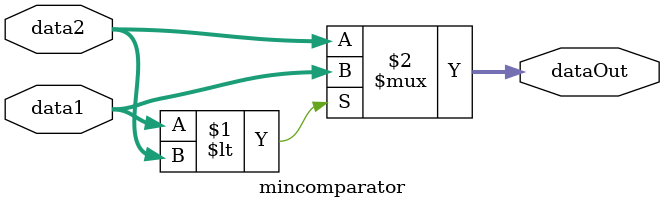
<source format=v>
`timescale 1ns / 1ps

/*
    Inputs: 
              [7:0]data1,data2: input 2 registers to compare between them 
    Outputs:
              [7:0]dataOut: minimum value of the 2 input registers
               
*/
module mincomparator(
    input [7:0] data1,
    input [7:0] data2,
    output [7:0] dataOut
    );
    
   assign dataOut =  data1<data2 ? data1:data2;  
endmodule

</source>
